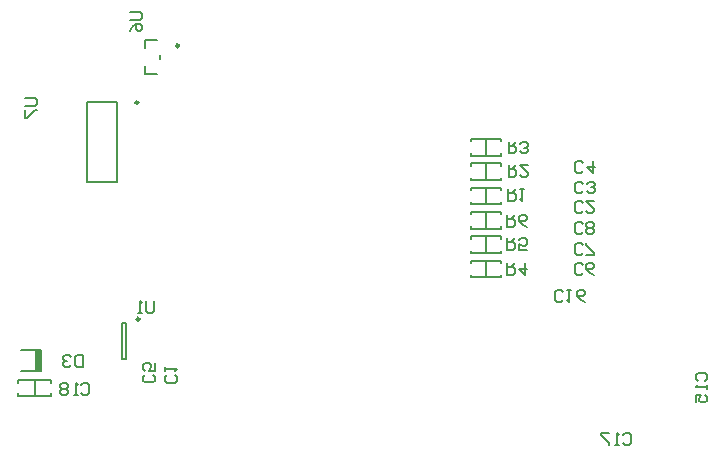
<source format=gbo>
G04*
G04 #@! TF.GenerationSoftware,Altium Limited,Altium Designer,20.0.13 (296)*
G04*
G04 Layer_Color=32896*
%FSLAX25Y25*%
%MOIN*%
G70*
G01*
G75*
%ADD10C,0.00984*%
%ADD12C,0.00787*%
%ADD15C,0.00591*%
%ADD17C,0.00630*%
%ADD99R,0.02000X0.07087*%
D10*
X130807Y145472D02*
G03*
X130807Y145472I-492J0D01*
G01*
X131201Y73228D02*
G03*
X131201Y73228I-492J0D01*
G01*
X144311Y164370D02*
G03*
X144311Y164370I-492J0D01*
G01*
D12*
X123819Y119094D02*
Y145472D01*
X113583Y119094D02*
Y145472D01*
X123819D01*
X113583Y119094D02*
X123819D01*
X125394Y60039D02*
Y71851D01*
X126575Y60039D02*
Y71851D01*
X125394Y60039D02*
X126575D01*
X125394Y71851D02*
X126575D01*
X138169Y160000D02*
Y161260D01*
X133051Y163740D02*
Y166378D01*
X137008D01*
X133051Y154882D02*
X137008D01*
X133051D02*
Y157520D01*
X98495Y55807D02*
Y62894D01*
X91853D02*
X98495D01*
X91853Y55807D02*
X98495D01*
D15*
X246850Y87228D02*
Y92740D01*
X241850Y87228D02*
Y87984D01*
Y87228D02*
X251850D01*
Y87984D01*
Y91984D02*
Y92740D01*
X241850D02*
X251850D01*
X241850Y91984D02*
Y92740D01*
X246850Y95331D02*
Y100843D01*
X241850Y95331D02*
Y96087D01*
Y95331D02*
X251850D01*
Y96087D01*
Y100087D02*
Y100843D01*
X241850D02*
X251850D01*
X241850Y100087D02*
Y100843D01*
X246850Y103433D02*
Y108945D01*
X241850Y103433D02*
Y104189D01*
Y103433D02*
X251850D01*
Y104189D01*
Y108189D02*
Y108945D01*
X241850D02*
X251850D01*
X241850Y108189D02*
Y108945D01*
X246850Y111536D02*
Y117047D01*
X241850Y111536D02*
Y112291D01*
Y111536D02*
X251850D01*
Y112291D01*
Y116291D02*
Y117047D01*
X241850D02*
X251850D01*
X241850Y116291D02*
Y117047D01*
X246850Y119638D02*
Y125150D01*
X241850Y119638D02*
Y120394D01*
Y119638D02*
X251850D01*
Y120394D01*
Y124394D02*
Y125150D01*
X241850D02*
X251850D01*
X241850Y124394D02*
Y125150D01*
X246850Y127740D02*
Y133252D01*
X241850Y127740D02*
Y128496D01*
Y127740D02*
X251850D01*
Y128496D01*
Y132496D02*
Y133252D01*
X241850D02*
X251850D01*
X241850Y132496D02*
Y133252D01*
X96260Y47539D02*
Y53051D01*
X101772Y51870D02*
Y53051D01*
X90748D02*
X101772D01*
X90748Y51870D02*
Y53051D01*
Y47539D02*
Y48720D01*
Y47539D02*
X101772D01*
Y48720D01*
D17*
X93115Y146933D02*
X96395D01*
X97051Y146277D01*
Y144966D01*
X96395Y144310D01*
X93115D01*
Y142998D02*
Y140374D01*
X93771D01*
X96395Y142998D01*
X97051D01*
X128130Y175721D02*
X131410D01*
X132066Y175065D01*
Y173753D01*
X131410Y173097D01*
X128130D01*
Y169161D02*
X128787Y170473D01*
X130098Y171785D01*
X131410D01*
X132066Y171129D01*
Y169817D01*
X131410Y169161D01*
X130754D01*
X130098Y169817D01*
Y171785D01*
X135891Y79330D02*
Y76050D01*
X135236Y75394D01*
X133924D01*
X133268Y76050D01*
Y79330D01*
X131956Y75394D02*
X130644D01*
X131300D01*
Y79330D01*
X131956Y78674D01*
X253807Y107826D02*
Y103891D01*
X255775D01*
X256431Y104546D01*
Y105858D01*
X255775Y106514D01*
X253807D01*
X255119D02*
X256431Y107826D01*
X260366Y103891D02*
X259054Y104546D01*
X257743Y105858D01*
Y107170D01*
X258399Y107826D01*
X259710D01*
X260366Y107170D01*
Y106514D01*
X259710Y105858D01*
X257743D01*
X253807Y100283D02*
Y96347D01*
X255775D01*
X256431Y97003D01*
Y98315D01*
X255775Y98971D01*
X253807D01*
X255119D02*
X256431Y100283D01*
X260366Y96347D02*
X257743D01*
Y98315D01*
X259054Y97659D01*
X259710D01*
X260366Y98315D01*
Y99627D01*
X259710Y100283D01*
X258399D01*
X257743Y99627D01*
X253807Y91952D02*
Y88016D01*
X255775D01*
X256431Y88672D01*
Y89984D01*
X255775Y90640D01*
X253807D01*
X255119D02*
X256431Y91952D01*
X259710D02*
Y88016D01*
X257743Y89984D01*
X260366D01*
X254201Y132425D02*
Y128489D01*
X256168D01*
X256824Y129145D01*
Y130457D01*
X256168Y131113D01*
X254201D01*
X255512D02*
X256824Y132425D01*
X258136Y129145D02*
X258792Y128489D01*
X260104D01*
X260760Y129145D01*
Y129801D01*
X260104Y130457D01*
X259448D01*
X260104D01*
X260760Y131113D01*
Y131769D01*
X260104Y132425D01*
X258792D01*
X258136Y131769D01*
X254201Y124487D02*
Y120552D01*
X256168D01*
X256824Y121208D01*
Y122520D01*
X256168Y123176D01*
X254201D01*
X255512D02*
X256824Y124487D01*
X260760D02*
X258136D01*
X260760Y121864D01*
Y121208D01*
X260104Y120552D01*
X258792D01*
X258136Y121208D01*
X254069Y116551D02*
Y112615D01*
X256037D01*
X256693Y113271D01*
Y114583D01*
X256037Y115239D01*
X254069D01*
X255381D02*
X256693Y116551D01*
X258005D02*
X259317D01*
X258661D01*
Y112615D01*
X258005Y113271D01*
X112329Y61318D02*
Y57383D01*
X110361D01*
X109705Y58039D01*
Y60662D01*
X110361Y61318D01*
X112329D01*
X108393Y60662D02*
X107737Y61318D01*
X106425D01*
X105769Y60662D01*
Y60006D01*
X106425Y59350D01*
X107081D01*
X106425D01*
X105769Y58694D01*
Y58039D01*
X106425Y57383D01*
X107737D01*
X108393Y58039D01*
X111843Y51214D02*
X112499Y51869D01*
X113811D01*
X114467Y51214D01*
Y48590D01*
X113811Y47934D01*
X112499D01*
X111843Y48590D01*
X110531Y47934D02*
X109219D01*
X109875D01*
Y51869D01*
X110531Y51214D01*
X107251D02*
X106596Y51869D01*
X105283D01*
X104628Y51214D01*
Y50558D01*
X105283Y49902D01*
X104628Y49246D01*
Y48590D01*
X105283Y47934D01*
X106596D01*
X107251Y48590D01*
Y49246D01*
X106596Y49902D01*
X107251Y50558D01*
Y51214D01*
X106596Y49902D02*
X105283D01*
X292317Y34525D02*
X292973Y35181D01*
X294285D01*
X294941Y34525D01*
Y31901D01*
X294285Y31245D01*
X292973D01*
X292317Y31901D01*
X291005Y31245D02*
X289693D01*
X290349D01*
Y35181D01*
X291005Y34525D01*
X287725Y35181D02*
X285102D01*
Y34525D01*
X287725Y31901D01*
Y31245D01*
X272446Y79693D02*
X271791Y79037D01*
X270479D01*
X269823Y79693D01*
Y82317D01*
X270479Y82973D01*
X271791D01*
X272446Y82317D01*
X273758Y82973D02*
X275070D01*
X274414D01*
Y79037D01*
X273758Y79693D01*
X279662Y79037D02*
X278350Y79693D01*
X277038Y81005D01*
Y82317D01*
X277694Y82973D01*
X279006D01*
X279662Y82317D01*
Y81661D01*
X279006Y81005D01*
X277038D01*
X317192Y52689D02*
X316536Y53346D01*
Y54657D01*
X317192Y55313D01*
X319816D01*
X320472Y54657D01*
Y53346D01*
X319816Y52689D01*
X320472Y51378D02*
Y50066D01*
Y50722D01*
X316536D01*
X317192Y51378D01*
X316536Y45474D02*
Y48098D01*
X318504D01*
X317848Y46786D01*
Y46130D01*
X318504Y45474D01*
X319816D01*
X320472Y46130D01*
Y47442D01*
X319816Y48098D01*
X278872Y102187D02*
X278216Y101531D01*
X276904D01*
X276248Y102187D01*
Y104811D01*
X276904Y105467D01*
X278216D01*
X278872Y104811D01*
X280184Y102187D02*
X280839Y101531D01*
X282151D01*
X282807Y102187D01*
Y102843D01*
X282151Y103499D01*
X282807Y104155D01*
Y104811D01*
X282151Y105467D01*
X280839D01*
X280184Y104811D01*
Y104155D01*
X280839Y103499D01*
X280184Y102843D01*
Y102187D01*
X280839Y103499D02*
X282151D01*
X278872Y95406D02*
X278216Y94750D01*
X276904D01*
X276248Y95406D01*
Y98030D01*
X276904Y98686D01*
X278216D01*
X278872Y98030D01*
X280184Y94750D02*
X282807D01*
Y95406D01*
X280184Y98030D01*
Y98686D01*
X278872Y88625D02*
X278216Y87969D01*
X276904D01*
X276248Y88625D01*
Y91249D01*
X276904Y91905D01*
X278216D01*
X278872Y91249D01*
X282807Y87969D02*
X281495Y88625D01*
X280184Y89937D01*
Y91249D01*
X280839Y91905D01*
X282151D01*
X282807Y91249D01*
Y90593D01*
X282151Y89937D01*
X280184D01*
X135701Y54764D02*
X136357Y54108D01*
Y52796D01*
X135701Y52140D01*
X133078D01*
X132422Y52796D01*
Y54108D01*
X133078Y54764D01*
X136357Y58699D02*
Y56076D01*
X134389D01*
X135045Y57388D01*
Y58043D01*
X134389Y58699D01*
X133078D01*
X132422Y58043D01*
Y56731D01*
X133078Y56076D01*
X278970Y122531D02*
X278314Y121875D01*
X277002D01*
X276346Y122531D01*
Y125155D01*
X277002Y125811D01*
X278314D01*
X278970Y125155D01*
X282250Y125811D02*
Y121875D01*
X280282Y123843D01*
X282906D01*
X278970Y115838D02*
X278314Y115182D01*
X277002D01*
X276346Y115838D01*
Y118462D01*
X277002Y119118D01*
X278314D01*
X278970Y118462D01*
X280282Y115838D02*
X280938Y115182D01*
X282250D01*
X282906Y115838D01*
Y116494D01*
X282250Y117150D01*
X281594D01*
X282250D01*
X282906Y117806D01*
Y118462D01*
X282250Y119118D01*
X280938D01*
X280282Y118462D01*
X278872Y109199D02*
X278216Y108543D01*
X276904D01*
X276248Y109199D01*
Y111823D01*
X276904Y112479D01*
X278216D01*
X278872Y111823D01*
X282807Y112479D02*
X280184D01*
X282807Y109855D01*
Y109199D01*
X282151Y108543D01*
X280839D01*
X280184Y109199D01*
X143132Y54724D02*
X143788Y54068D01*
Y52757D01*
X143132Y52101D01*
X140509D01*
X139853Y52757D01*
Y54068D01*
X140509Y54724D01*
X139853Y56036D02*
Y57348D01*
Y56692D01*
X143788D01*
X143132Y56036D01*
D99*
X97495Y59351D02*
D03*
M02*

</source>
